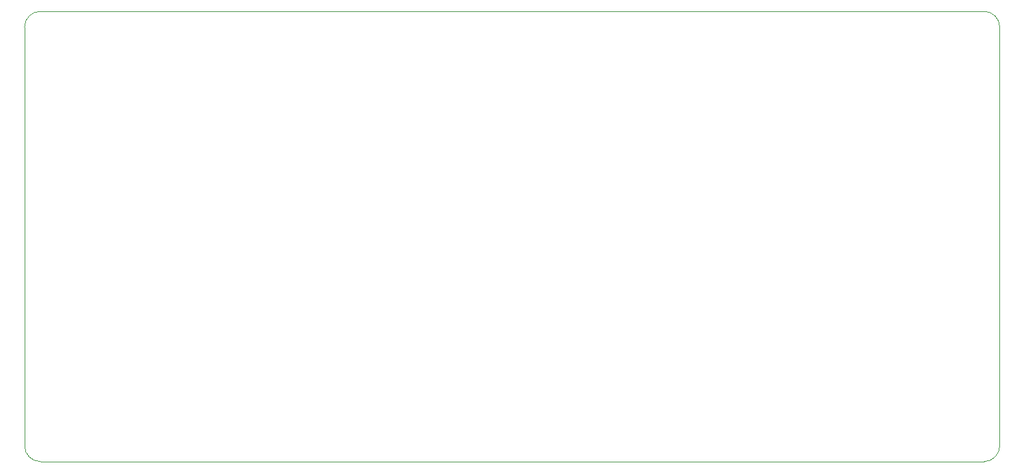
<source format=gbr>
%TF.GenerationSoftware,KiCad,Pcbnew,5.1.9*%
%TF.CreationDate,2021-04-22T00:58:07+02:00*%
%TF.ProjectId,miniqaz,6d696e69-7161-47a2-9e6b-696361645f70,rev?*%
%TF.SameCoordinates,Original*%
%TF.FileFunction,Profile,NP*%
%FSLAX46Y46*%
G04 Gerber Fmt 4.6, Leading zero omitted, Abs format (unit mm)*
G04 Created by KiCad (PCBNEW 5.1.9) date 2021-04-22 00:58:07*
%MOMM*%
%LPD*%
G01*
G04 APERTURE LIST*
%TA.AperFunction,Profile*%
%ADD10C,0.050000*%
%TD*%
G04 APERTURE END LIST*
D10*
X134850000Y-125681250D02*
G75*
G02*
X132850000Y-123681250I0J2000000D01*
G01*
X256850000Y-123681250D02*
G75*
G02*
X254850000Y-125681250I-2000000J0D01*
G01*
X254850000Y-68381250D02*
G75*
G02*
X256850000Y-70381250I0J-2000000D01*
G01*
X132850000Y-70381250D02*
G75*
G02*
X134850000Y-68381250I2000000J0D01*
G01*
X132850000Y-123681250D02*
X132850000Y-70381250D01*
X254850000Y-125681250D02*
X134850000Y-125681250D01*
X256850000Y-70381250D02*
X256850000Y-123681250D01*
X134850000Y-68381250D02*
X254850000Y-68381250D01*
M02*

</source>
